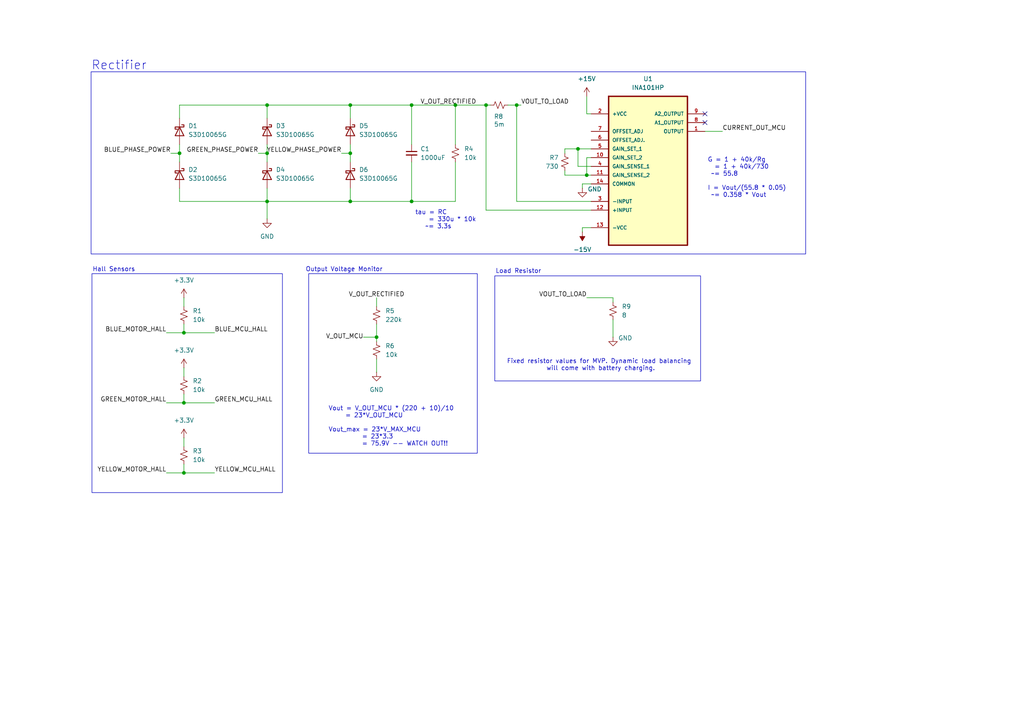
<source format=kicad_sch>
(kicad_sch (version 20250114) (generator "eeschema") (generator_version "9.0")
  (paper "A4")
  (lib_symbols
    (symbol "Device:C_Small" (pin_numbers (hide yes)) (pin_names (offset 0.254) (hide yes))
      (property "Reference" "C" (at 0.254 1.778 0))
      (property "Value" "C_Small" (at 0.254 -2.032 0))
      (symbol "C_Small_0_1"
        (polyline (pts (xy -1.524 0.508) (xy 1.524 0.508)) (stroke (width 0.3048)))
        (polyline (pts (xy -1.524 -0.508) (xy 1.524 -0.508)) (stroke (width 0.3302)))
      )
      (symbol "C_Small_1_1"
        (pin passive line (at 0 2.54 270) (length 2.032) (name "~") (number "1"))
        (pin passive line (at 0 -2.54 90) (length 2.032) (name "~") (number "2"))
      )
    )
    (symbol "Device:D_Schottky" (pin_numbers (hide yes)) (pin_names (offset 1.016) (hide yes))
      (property "Reference" "D" (at 0 2.54 0))
      (property "Value" "D_Schottky" (at 0 -2.54 0))
      (symbol "D_Schottky_0_1"
        (polyline (pts (xy -1.905 0.635) (xy -1.905 1.27) (xy -1.27 1.27) (xy -1.27 -1.27) (xy -0.635 -1.27) (xy -0.635 -0.635)) (stroke (width 0.254)))
        (polyline (pts (xy 1.27 1.27) (xy 1.27 -1.27) (xy -1.27 0) (xy 1.27 1.27)) (stroke (width 0.254)))
        (polyline (pts (xy 1.27 0) (xy -1.27 0)))
      )
      (symbol "D_Schottky_1_1"
        (pin passive line (at -3.81 0 0) (length 2.54) (name "K") (number "1"))
        (pin passive line (at 3.81 0 180) (length 2.54) (name "A") (number "2"))
      )
    )
    (symbol "Device:R_Small_US" (pin_numbers (hide yes)) (pin_names (offset 0.254) (hide yes))
      (property "Reference" "R" (at 0.762 0.508 0))
      (property "Value" "R_Small_US" (at 0.762 -1.016 0))
      (symbol "R_Small_US_1_1"
        (polyline (pts (xy 0 1.524) (xy 1.016 1.143) (xy 0 0.762) (xy -1.016 0.381) (xy 0 0)))
        (polyline (pts (xy 0 0) (xy 1.016 -0.381) (xy 0 -0.762) (xy -1.016 -1.143) (xy 0 -1.524)))
        (pin passive line (at 0 2.54 270) (length 1.016) (name "~") (number "1"))
        (pin passive line (at 0 -2.54 90) (length 1.016) (name "~") (number "2"))
      )
    )
    (symbol "INA101HP:INA101HP" (pin_names (offset 1.016))
      (property "Reference" "U1" (at 0 22.86 0))
      (property "Value" "INA101HP" (at 0 20.32 0))
      (symbol "INA101HP_0_0"
        (rectangle (start -11.43 17.78) (end 11.43 -25.4) (stroke (width 0.4064)) (fill (type background)))
        (pin power_in line (at -16.51 12.7 0) (length 5.08) (name "+VCC") (number "2"))
        (pin passive line (at -16.51 7.62 0) (length 5.08) (name "OFFSET_ADJ") (number "7"))
        (pin passive line (at -16.51 5.08 0) (length 5.08) (name "OFFSET_ADJ.") (number "6"))
        (pin passive line (at -16.51 2.54 0) (length 5.08) (name "GAIN_SET_1") (number "5"))
        (pin passive line (at -16.51 0 0) (length 5.08) (name "GAIN_SET_2") (number "10"))
        (pin passive line (at -16.51 -2.54 0) (length 5.08) (name "GAIN_SENSE_1") (number "4"))
        (pin passive line (at -16.51 -5.08 0) (length 5.08) (name "GAIN_SENSE_2") (number "11"))
        (pin passive line (at -16.51 -7.62 0) (length 5.08) (name "COMMON") (number "14"))
        (pin input line (at -16.51 -12.7 0) (length 5.08) (name "-INPUT") (number "3"))
        (pin input line (at -16.51 -15.24 0) (length 5.08) (name "+INPUT") (number "12"))
        (pin power_in line (at -16.51 -20.32 0) (length 5.08) (name "-VCC") (number "13"))
        (pin output line (at 16.51 12.7 180) (length 5.08) (name "A2_OUTPUT") (number "9"))
        (pin output line (at 16.51 10.16 180) (length 5.08) (name "A1_OUTPUT") (number "8"))
        (pin output line (at 16.51 7.62 180) (length 5.08) (name "OUTPUT") (number "1"))
      )
    )
    (symbol "power:+15V" (power) (pin_numbers (hide yes)) (pin_names (offset 0) (hide yes))
      (property "Value" "+15V" (at 0 3.556 0))
      (symbol "+15V_0_1"
        (polyline (pts (xy -0.762 1.27) (xy 0 2.54)))
        (polyline (pts (xy 0 2.54) (xy 0.762 1.27)))
        (polyline (pts (xy 0 0) (xy 0 2.54)))
      )
      (symbol "+15V_1_1"
        (pin power_in line (at 0 0 90) (length 0) (name "~") (number "1"))
      )
    )
    (symbol "power:+3.3V" (power) (pin_numbers (hide yes)) (pin_names (offset 0) (hide yes))
      (property "Value" "+3.3V" (at 0 3.556 0))
      (symbol "+3.3V_0_1"
        (polyline (pts (xy -0.762 1.27) (xy 0 2.54)))
        (polyline (pts (xy 0 2.54) (xy 0.762 1.27)))
        (polyline (pts (xy 0 0) (xy 0 2.54)))
      )
      (symbol "+3.3V_1_1"
        (pin power_in line (at 0 0 90) (length 0) (name "~") (number "1"))
      )
    )
    (symbol "power:-15V" (power) (pin_numbers (hide yes)) (pin_names (offset 0) (hide yes))
      (property "Value" "-15V" (at 0 3.556 0))
      (symbol "-15V_0_0"
        (pin power_in line (at 0 0 90) (length 0) (name "~") (number "1"))
      )
      (symbol "-15V_0_1"
        (polyline (pts (xy 0 0) (xy 0 1.27) (xy 0.762 1.27) (xy 0 2.54) (xy -0.762 1.27) (xy 0 1.27)) (fill (type outline)))
      )
    )
    (symbol "power:GND" (power) (pin_numbers (hide yes)) (pin_names (offset 0) (hide yes))
      (property "Value" "GND" (at 0 -3.81 0))
      (symbol "GND_0_1"
        (polyline (pts (xy 0 0) (xy 0 -1.27) (xy 1.27 -1.27) (xy 0 -2.54) (xy -1.27 -1.27) (xy 0 -1.27)))
      )
      (symbol "GND_1_1"
        (pin power_in line (at 0 0 270) (length 0) (name "~") (number "1"))
      )
    )
  )
  (rectangle (start 26.67 79.375) (end 81.915 142.875))
  (rectangle (start 26.416 20.828) (end 233.68 73.66))
  (rectangle (start 143.51 80.01) (end 203.2 110.49))
  (rectangle (start 89.535 79.375) (end 138.43 131.445))
  (text "Fixed resistor values for MVP. Dynamic load balancing \nwill come with battery charging." (at 174.244 105.918 0) (effects (font (size 1.27 1.27))))
  (text "Rectifier" (at 34.544 19.05 0) (effects (font (size 2.54 2.54))))
  (text "Vout = V_OUT_MCU * (220 + 10)/10\n     = 23*V_OUT_MCU\n\nVout_max = 23*V_MAX_MCU\n          = 23*3.3\n          = 75.9V -- WATCH OUT!!" (at 95.25 123.698 0) (effects (font (size 1.27 1.27)) (justify left)))
  (text "tau = RC\n    = 330u * 10k\n   ~= 3.3s" (at 120.396 63.754 0) (effects (font (size 1.27 1.27)) (justify left)))
  (text "Load Resistor" (at 150.368 78.74 0) (effects (font (size 1.27 1.27))))
  (text "Hall Sensors" (at 33.02 78.232 0) (effects (font (size 1.27 1.27))))
  (text "G = 1 + 40k/Rg\n  = 1 + 40k/730\n ~= 55.8\n\nI = Vout/(55.8 * 0.05)\n ~= 0.358 * Vout" (at 205.232 51.562 0) (effects (font (size 1.27 1.27)) (justify left)))
  (text "Output Voltage Monitor" (at 99.822 78.232 0) (effects (font (size 1.27 1.27))))
  (junction (at 167.64 43.18))
  (junction (at 77.47 44.45))
  (junction (at 109.22 97.79))
  (junction (at 119.38 58.42))
  (junction (at 101.6 30.48))
  (junction (at 140.97 30.48))
  (junction (at 77.47 58.42))
  (junction (at 119.38 30.48))
  (junction (at 53.34 137.16))
  (junction (at 53.34 96.52))
  (junction (at 52.07 44.45))
  (junction (at 101.6 44.45))
  (junction (at 149.86 30.48))
  (junction (at 101.6 58.42))
  (junction (at 77.47 30.48))
  (junction (at 170.18 50.8))
  (junction (at 132.08 30.48))
  (junction (at 53.34 116.84))
  (no_connect (at 204.47 35.56))
  (no_connect (at 204.47 33.02))
  (wire (pts (xy 53.34 106.68) (xy 53.34 109.22)))
  (wire (pts (xy 132.08 30.48) (xy 140.97 30.48)))
  (wire (pts (xy 101.6 54.61) (xy 101.6 58.42)))
  (wire (pts (xy 167.64 43.18) (xy 171.45 43.18)))
  (wire (pts (xy 109.22 86.36) (xy 109.22 88.9)))
  (wire (pts (xy 74.93 44.45) (xy 77.47 44.45)))
  (wire (pts (xy 119.38 30.48) (xy 119.38 41.91)))
  (wire (pts (xy 52.07 44.45) (xy 52.07 46.99)))
  (wire (pts (xy 52.07 30.48) (xy 77.47 30.48)))
  (wire (pts (xy 149.86 30.48) (xy 151.13 30.48)))
  (wire (pts (xy 77.47 58.42) (xy 77.47 63.5)))
  (wire (pts (xy 168.91 66.04) (xy 171.45 66.04)))
  (wire (pts (xy 149.86 30.48) (xy 149.86 58.42)))
  (wire (pts (xy 52.07 58.42) (xy 77.47 58.42)))
  (wire (pts (xy 140.97 30.48) (xy 140.97 60.96)))
  (wire (pts (xy 167.64 48.26) (xy 171.45 48.26)))
  (wire (pts (xy 77.47 41.91) (xy 77.47 44.45)))
  (wire (pts (xy 170.18 33.02) (xy 171.45 33.02)))
  (wire (pts (xy 109.22 104.14) (xy 109.22 107.95)))
  (wire (pts (xy 177.8 92.71) (xy 177.8 97.79)))
  (wire (pts (xy 53.34 96.52) (xy 62.23 96.52)))
  (wire (pts (xy 53.34 116.84) (xy 62.23 116.84)))
  (wire (pts (xy 119.38 46.99) (xy 119.38 58.42)))
  (wire (pts (xy 101.6 58.42) (xy 119.38 58.42)))
  (wire (pts (xy 101.6 30.48) (xy 101.6 34.29)))
  (wire (pts (xy 77.47 54.61) (xy 77.47 58.42)))
  (wire (pts (xy 53.34 86.36) (xy 53.34 88.9)))
  (wire (pts (xy 101.6 41.91) (xy 101.6 44.45)))
  (wire (pts (xy 77.47 30.48) (xy 77.47 34.29)))
  (wire (pts (xy 109.22 97.79) (xy 109.22 99.06)))
  (wire (pts (xy 170.18 27.94) (xy 170.18 33.02)))
  (wire (pts (xy 77.47 44.45) (xy 77.47 46.99)))
  (wire (pts (xy 53.34 127) (xy 53.34 129.54)))
  (wire (pts (xy 163.83 50.8) (xy 170.18 50.8)))
  (wire (pts (xy 53.34 114.3) (xy 53.34 116.84)))
  (wire (pts (xy 48.26 116.84) (xy 53.34 116.84)))
  (wire (pts (xy 163.83 49.53) (xy 163.83 50.8)))
  (wire (pts (xy 119.38 58.42) (xy 132.08 58.42)))
  (wire (pts (xy 52.07 41.91) (xy 52.07 44.45)))
  (wire (pts (xy 204.47 38.1) (xy 209.55 38.1)))
  (wire (pts (xy 170.18 86.36) (xy 177.8 86.36)))
  (wire (pts (xy 48.26 96.52) (xy 53.34 96.52)))
  (wire (pts (xy 170.18 45.72) (xy 171.45 45.72)))
  (wire (pts (xy 119.38 30.48) (xy 132.08 30.48)))
  (wire (pts (xy 48.26 137.16) (xy 53.34 137.16)))
  (wire (pts (xy 149.86 58.42) (xy 171.45 58.42)))
  (wire (pts (xy 49.53 44.45) (xy 52.07 44.45)))
  (wire (pts (xy 147.32 30.48) (xy 149.86 30.48)))
  (wire (pts (xy 52.07 54.61) (xy 52.07 58.42)))
  (wire (pts (xy 140.97 60.96) (xy 171.45 60.96)))
  (wire (pts (xy 140.97 30.48) (xy 142.24 30.48)))
  (wire (pts (xy 77.47 30.48) (xy 101.6 30.48)))
  (wire (pts (xy 52.07 30.48) (xy 52.07 34.29)))
  (wire (pts (xy 170.18 45.72) (xy 170.18 50.8)))
  (wire (pts (xy 99.06 44.45) (xy 101.6 44.45)))
  (wire (pts (xy 105.41 97.79) (xy 109.22 97.79)))
  (wire (pts (xy 170.18 50.8) (xy 171.45 50.8)))
  (wire (pts (xy 77.47 58.42) (xy 101.6 58.42)))
  (wire (pts (xy 163.83 43.18) (xy 163.83 44.45)))
  (wire (pts (xy 168.91 66.04) (xy 168.91 67.31)))
  (wire (pts (xy 109.22 93.98) (xy 109.22 97.79)))
  (wire (pts (xy 163.83 43.18) (xy 167.64 43.18)))
  (wire (pts (xy 177.8 86.36) (xy 177.8 87.63)))
  (wire (pts (xy 168.91 53.34) (xy 168.91 54.61)))
  (wire (pts (xy 53.34 134.62) (xy 53.34 137.16)))
  (wire (pts (xy 53.34 137.16) (xy 62.23 137.16)))
  (wire (pts (xy 101.6 30.48) (xy 119.38 30.48)))
  (wire (pts (xy 53.34 93.98) (xy 53.34 96.52)))
  (wire (pts (xy 132.08 46.99) (xy 132.08 58.42)))
  (wire (pts (xy 168.91 53.34) (xy 171.45 53.34)))
  (wire (pts (xy 167.64 43.18) (xy 167.64 48.26)))
  (wire (pts (xy 132.08 30.48) (xy 132.08 41.91)))
  (wire (pts (xy 101.6 44.45) (xy 101.6 46.99)))
  (label "BLUE_MOTOR_HALL" (at 48.26 96.52 180))
  (label "GREEN_MCU_HALL" (at 62.23 116.84 0))
  (label "CURRENT_OUT_MCU" (at 209.55 38.1 0))
  (label "BLUE_PHASE_POWER" (at 49.53 44.45 180))
  (label "V_OUT_RECTIFIED" (at 121.92 30.48 0))
  (label "GREEN_MOTOR_HALL" (at 48.26 116.84 180))
  (label "GREEN_PHASE_POWER" (at 74.93 44.45 180))
  (label "VOUT_TO_LOAD" (at 151.13 30.48 0))
  (label "V_OUT_RECTIFIED" (at 109.22 86.36 0))
  (label "VOUT_TO_LOAD" (at 170.18 86.36 180))
  (label "YELLOW_MCU_HALL" (at 62.23 137.16 0))
  (label "YELLOW_MOTOR_HALL" (at 48.26 137.16 180))
  (label "BLUE_MCU_HALL" (at 62.23 96.52 0))
  (label "YELLOW_PHASE_POWER" (at 99.06 44.45 180))
  (label "V_OUT_MCU" (at 105.41 97.79 180))
  (symbol (lib_id "Device:R_Small_US") (at 109.22 91.44 0) (unit 1)
    (property "Reference" "R5" (at 111.76 90.1699 0) (effects (justify left)))
    (property "Value" "220k" (at 111.76 92.7099 0) (effects (justify left)))
    (property "Description" "Resistor, small US symbol" (effects (hide yes)))
  )
  (symbol (lib_id "Device:D_Schottky") (at 101.6 38.1 270) (unit 1)
    (property "Reference" "D5" (at 104.14 36.5124 90) (effects (justify left)))
    (property "Value" "S3D10065G" (at 104.14 39.0524 90) (effects (justify left)))
    (property "Footprint" "Package_TO_SOT_SMD:TO-263-2_TabPin1" (effects (hide yes)))
    (property "Description" "Schottky diode" (effects (hide yes)))
  )
  (symbol (lib_id "Device:D_Schottky") (at 77.47 50.8 270) (unit 1)
    (property "Reference" "D4" (at 80.01 49.2124 90) (effects (justify left)))
    (property "Value" "S3D10065G" (at 80.01 51.7524 90) (effects (justify left)))
    (property "Footprint" "Package_TO_SOT_SMD:TO-263-2_TabPin1" (effects (hide yes)))
    (property "Description" "Schottky diode" (effects (hide yes)))
  )
  (symbol (lib_id "INA101HP:INA101HP") (at 187.96 45.72 0) (unit 1)
    (property "Reference" "U1" (at 187.96 22.86 0))
    (property "Value" "INA101HP" (at 187.96 25.4 0))
    (property "Footprint" "INA101HP:DIP254P762X508-14" (effects (hide yes)))
    (property "MF" "Texas Instruments" (effects (hide yes)))
    (property "Description_1" "Very High Accuracy Instrumentation Amplifier" (effects (hide yes)))
    (property "PACKAGE" "DIP-14" (effects (hide yes)))
    (property "MPN" "INA101HP" (effects (hide yes)))
    (property "Price" "None" (effects (hide yes)))
    (property "Package" "PDIP-14 Texas Instruments" (effects (hide yes)))
    (property "OC_FARNELL" "1470348" (effects (hide yes)))
    (property "SnapEDA_Link" "https://www.snapeda.com/parts/INA101HP/Texas+Instruments/view-part/?ref=snap" (effects (hide yes)))
    (property "MP" "INA101HP" (effects (hide yes)))
    (property "SUPPLIER" "Texas Instruments" (effects (hide yes)))
    (property "OC_NEWARK" "74K3804" (effects (hide yes)))
    (property "Availability" "In Stock" (effects (hide yes)))
    (property "Check_prices" "https://www.snapeda.com/parts/INA101HP/Texas+Instruments/view-part/?ref=eda" (effects (hide yes)))
  )
  (symbol (lib_id "Device:R_Small_US") (at 144.78 30.48 90) (unit 1)
    (property "Reference" "R8" (at 143.256 33.782 90) (effects (justify right)))
    (property "Value" "5m" (at 143.256 36.068 90) (effects (justify right)))
    (property "Description" "Resistor, small US symbol" (effects (hide yes)))
  )
  (symbol (lib_id "power:GND") (at 109.22 107.95 0) (unit 1)
    (property "Reference" "#PWR02" (effects (hide yes)))
    (property "Value" "GND" (at 109.22 113.03 0))
    (property "Description" "Power symbol creates a global label with name \"GND\" , ground" (effects (hide yes)))
  )
  (symbol (lib_id "power:+3.3V") (at 53.34 127 0) (unit 1)
    (property "Reference" "#PWR06" (effects (hide yes)))
    (property "Value" "+3.3V" (at 53.34 121.92 0))
    (property "Description" "Power symbol creates a global label with name \"+3.3V\"" (effects (hide yes)))
  )
  (symbol (lib_id "Device:R_Small_US") (at 132.08 44.45 0) (unit 1)
    (property "Reference" "R4" (at 134.62 43.1799 0) (effects (justify left)))
    (property "Value" "10k" (at 134.62 45.7199 0) (effects (justify left)))
    (property "Footprint" "Resistor_SMD:R_2512_6332Metric_Pad1.40x3.35mm_HandSolder" (effects (hide yes)))
    (property "Description" "CHP2512-JW-103ELF" (effects (hide yes)))
  )
  (symbol (lib_id "Device:D_Schottky") (at 101.6 50.8 270) (unit 1)
    (property "Reference" "D6" (at 104.14 49.2124 90) (effects (justify left)))
    (property "Value" "S3D10065G" (at 104.14 51.7524 90) (effects (justify left)))
    (property "Footprint" "Package_TO_SOT_SMD:TO-263-2_TabPin1" (effects (hide yes)))
    (property "Description" "Schottky diode" (effects (hide yes)))
  )
  (symbol (lib_id "Device:R_Small_US") (at 163.83 46.99 0) (unit 1)
    (property "Reference" "R7" (at 162.052 45.72 0) (effects (justify right)))
    (property "Value" "730" (at 162.052 48.26 0) (effects (justify right)))
    (property "Description" "Resistor, small US symbol" (effects (hide yes)))
  )
  (symbol (lib_id "power:+3.3V") (at 53.34 86.36 0) (unit 1)
    (property "Reference" "#PWR03" (effects (hide yes)))
    (property "Value" "+3.3V" (at 53.34 81.28 0))
    (property "Description" "Power symbol creates a global label with name \"+3.3V\"" (effects (hide yes)))
  )
  (symbol (lib_id "Device:R_Small_US") (at 53.34 132.08 0) (unit 1)
    (property "Reference" "R3" (at 55.88 130.8099 0) (effects (justify left)))
    (property "Value" "10k" (at 55.88 133.3499 0) (effects (justify left)))
    (property "Description" "Resistor, small US symbol" (effects (hide yes)))
  )
  (symbol (lib_id "Device:D_Schottky") (at 52.07 38.1 270) (unit 1)
    (property "Reference" "D1" (at 54.61 36.5124 90) (effects (justify left)))
    (property "Value" "S3D10065G" (at 54.61 39.0524 90) (effects (justify left)))
    (property "Footprint" "Package_TO_SOT_SMD:TO-263-2_TabPin1" (effects (hide yes)))
    (property "Description" "Schottky diode" (effects (hide yes)))
  )
  (symbol (lib_id "power:-15V") (at 168.91 67.31 180) (unit 1)
    (property "Reference" "#PWR07" (effects (hide yes)))
    (property "Value" "-15V" (at 168.91 72.39 0))
    (property "Description" "Power symbol creates a global label with name \"-15V\"" (effects (hide yes)))
  )
  (symbol (lib_id "Device:R_Small_US") (at 109.22 101.6 0) (unit 1)
    (property "Reference" "R6" (at 111.76 100.3299 0) (effects (justify left)))
    (property "Value" "10k" (at 111.76 102.8699 0) (effects (justify left)))
    (property "Description" "Resistor, small US symbol" (effects (hide yes)))
  )
  (symbol (lib_id "Device:R_Small_US") (at 53.34 91.44 0) (unit 1)
    (property "Reference" "R1" (at 55.88 90.1699 0) (effects (justify left)))
    (property "Value" "10k" (at 55.88 92.7099 0) (effects (justify left)))
    (property "Description" "Resistor, small US symbol" (effects (hide yes)))
  )
  (symbol (lib_id "power:+3.3V") (at 53.34 106.68 0) (unit 1)
    (property "Reference" "#PWR04" (effects (hide yes)))
    (property "Value" "+3.3V" (at 53.34 101.6 0))
    (property "Description" "Power symbol creates a global label with name \"+3.3V\"" (effects (hide yes)))
  )
  (symbol (lib_id "power:+15V") (at 170.18 27.94 0) (unit 1)
    (property "Reference" "#PWR05" (effects (hide yes)))
    (property "Value" "+15V" (at 170.18 22.86 0))
    (property "Description" "Power symbol creates a global label with name \"+15V\"" (effects (hide yes)))
  )
  (symbol (lib_id "Device:C_Small") (at 119.38 44.45 0) (unit 1)
    (property "Reference" "C1" (at 121.92 43.1862 0) (effects (justify left)))
    (property "Value" "1000uF" (at 121.92 45.7262 0) (effects (justify left)))
    (property "Footprint" "Capacitor_THT:CP_Radial_D25.0mm_P10.00mm_SnapIn" (effects (hide yes)))
    (property "Description" "LLG2C102MELA30 Bulk Electrolytic for voltage smoothing" (effects (hide yes)))
  )
  (symbol (lib_id "power:GND") (at 168.91 54.61 0) (unit 1)
    (property "Reference" "#PWR08" (effects (hide yes)))
    (property "Value" "GND" (at 172.466 54.864 0))
    (property "Description" "Power symbol creates a global label with name \"GND\" , ground" (effects (hide yes)))
  )
  (symbol (lib_id "power:GND") (at 177.8 97.79 0) (unit 1)
    (property "Reference" "#PWR09" (effects (hide yes)))
    (property "Value" "GND" (at 181.356 98.044 0))
    (property "Description" "Power symbol creates a global label with name \"GND\" , ground" (effects (hide yes)))
  )
  (symbol (lib_id "Device:D_Schottky") (at 52.07 50.8 270) (unit 1)
    (property "Reference" "D2" (at 54.61 49.2124 90) (effects (justify left)))
    (property "Value" "S3D10065G" (at 54.61 51.7524 90) (effects (justify left)))
    (property "Footprint" "Package_TO_SOT_SMD:TO-263-2_TabPin1" (effects (hide yes)))
    (property "Description" "Schottky diode" (effects (hide yes)))
  )
  (symbol (lib_id "Device:R_Small_US") (at 177.8 90.17 0) (unit 1)
    (property "Reference" "R9" (at 180.34 88.8999 0) (effects (justify left)))
    (property "Value" "8" (at 180.34 91.4399 0) (effects (justify left)))
    (property "Description" "Ceramic power resistor" (effects (hide yes)))
  )
  (symbol (lib_id "power:GND") (at 77.47 63.5 0) (unit 1)
    (property "Reference" "#PWR01" (effects (hide yes)))
    (property "Value" "GND" (at 77.47 68.58 0))
    (property "Description" "Power symbol creates a global label with name \"GND\" , ground" (effects (hide yes)))
  )
  (symbol (lib_id "Device:R_Small_US") (at 53.34 111.76 0) (unit 1)
    (property "Reference" "R2" (at 55.88 110.4899 0) (effects (justify left)))
    (property "Value" "10k" (at 55.88 113.0299 0) (effects (justify left)))
    (property "Description" "Resistor, small US symbol" (effects (hide yes)))
  )
  (symbol (lib_id "Device:D_Schottky") (at 77.47 38.1 270) (unit 1)
    (property "Reference" "D3" (at 80.01 36.5124 90) (effects (justify left)))
    (property "Value" "S3D10065G" (at 80.01 39.0524 90) (effects (justify left)))
    (property "Footprint" "Package_TO_SOT_SMD:TO-263-2_TabPin1" (effects (hide yes)))
    (property "Description" "Schottky diode" (effects (hide yes)))
  )
)
</source>
